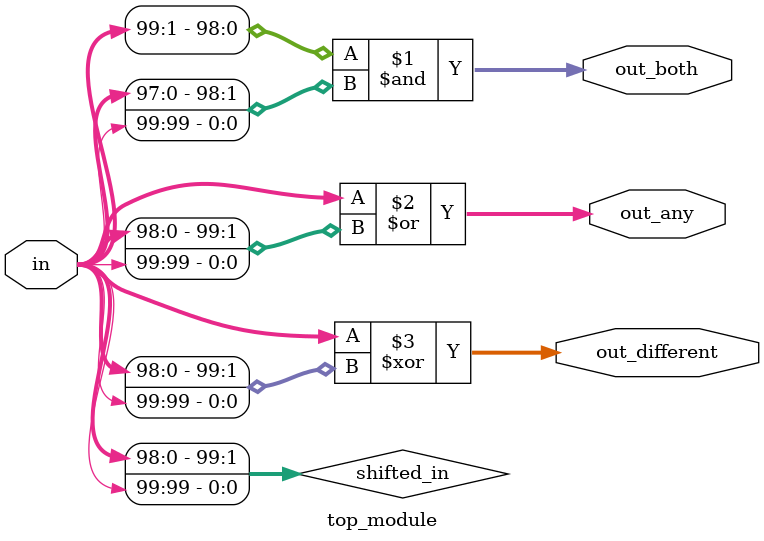
<source format=sv>
module top_module (
    input [99:0] in,
    output [98:0] out_both,
    output [99:0] out_any,
    output [99:0] out_different
);
    wire [99:0] shifted_in;

    assign shifted_in = {in[98:0], in[99]};  // Right shift in by one bit with circular shift

    assign out_both = in[99:1] & shifted_in[98:0];
    assign out_any = in | shifted_in;
    assign out_different = in ^ shifted_in;

endmodule

</source>
